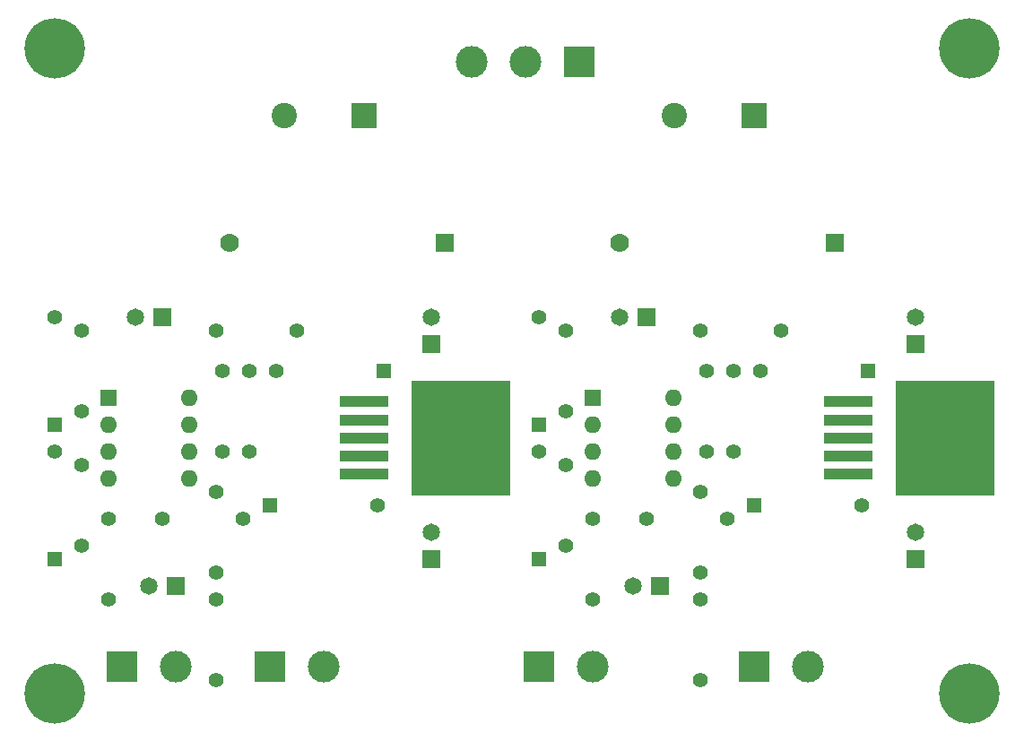
<source format=gbs>
G04 #@! TF.FileFunction,Soldermask,Bot*
%FSLAX46Y46*%
G04 Gerber Fmt 4.6, Leading zero omitted, Abs format (unit mm)*
G04 Created by KiCad (PCBNEW 4.0.7-e2-6376~60~ubuntu17.10.1) date Tue Mar 20 18:45:29 2018*
%MOMM*%
%LPD*%
G01*
G04 APERTURE LIST*
%ADD10C,0.100000*%
%ADD11R,3.000000X3.000000*%
%ADD12C,3.000000*%
%ADD13R,4.600000X1.100000*%
%ADD14R,9.400000X10.800000*%
%ADD15R,1.651000X1.651000*%
%ADD16C,1.651000*%
%ADD17R,1.778000X1.778000*%
%ADD18C,1.778000*%
%ADD19R,1.600000X1.600000*%
%ADD20O,1.600000X1.600000*%
%ADD21R,2.400000X2.400000*%
%ADD22C,2.400000*%
%ADD23R,1.397000X1.397000*%
%ADD24C,1.397000*%
%ADD25C,5.700000*%
G04 APERTURE END LIST*
D10*
D11*
X95250000Y-82550000D03*
D12*
X100330000Y-82550000D03*
D13*
X118110000Y-57560000D03*
X118110000Y-59260000D03*
X118110000Y-62660000D03*
D14*
X127260000Y-60960000D03*
D13*
X118110000Y-60960000D03*
X118110000Y-64360000D03*
D15*
X144780000Y-49530000D03*
D16*
X142240000Y-49530000D03*
D17*
X162560000Y-42545000D03*
D18*
X142240000Y-42545000D03*
D15*
X100330000Y-74930000D03*
D16*
X97790000Y-74930000D03*
D17*
X125730000Y-42545000D03*
D18*
X105410000Y-42545000D03*
D15*
X99060000Y-49530000D03*
D16*
X96520000Y-49530000D03*
D15*
X146050000Y-74930000D03*
D16*
X143510000Y-74930000D03*
D11*
X138430000Y-25400000D03*
D12*
X133350000Y-25400000D03*
X128270000Y-25400000D03*
D19*
X93980000Y-57150000D03*
D20*
X101600000Y-64770000D03*
X93980000Y-59690000D03*
X101600000Y-62230000D03*
X93980000Y-62230000D03*
X101600000Y-59690000D03*
X93980000Y-64770000D03*
X101600000Y-57150000D03*
D19*
X139700000Y-57150000D03*
D20*
X147320000Y-64770000D03*
X139700000Y-59690000D03*
X147320000Y-62230000D03*
X139700000Y-62230000D03*
X147320000Y-59690000D03*
X139700000Y-64770000D03*
X147320000Y-57150000D03*
D21*
X154940000Y-30480000D03*
D22*
X147440000Y-30480000D03*
D21*
X118110000Y-30480000D03*
D22*
X110610000Y-30480000D03*
D23*
X88900000Y-72390000D03*
D24*
X88900000Y-62230000D03*
D23*
X88900000Y-59690000D03*
D24*
X88900000Y-49530000D03*
D23*
X134620000Y-59690000D03*
D24*
X134620000Y-49530000D03*
D23*
X134620000Y-72390000D03*
D24*
X134620000Y-62230000D03*
X104140000Y-50800000D03*
X111760000Y-50800000D03*
X149860000Y-50800000D03*
X157480000Y-50800000D03*
X139700000Y-76200000D03*
X139700000Y-68580000D03*
X93980000Y-68580000D03*
X93980000Y-76200000D03*
X106680000Y-68580000D03*
X99060000Y-68580000D03*
X104775000Y-54610000D03*
X104775000Y-62230000D03*
X104140000Y-76200000D03*
X104140000Y-83820000D03*
X150495000Y-54610000D03*
X150495000Y-62230000D03*
X149860000Y-76200000D03*
X149860000Y-83820000D03*
X152400000Y-68580000D03*
X144780000Y-68580000D03*
X91440000Y-63500000D03*
X91440000Y-71120000D03*
X107315000Y-54610000D03*
X107315000Y-62230000D03*
X91440000Y-58420000D03*
X91440000Y-50800000D03*
X104140000Y-73660000D03*
X104140000Y-66040000D03*
X149860000Y-66040000D03*
X149860000Y-73660000D03*
X137160000Y-58420000D03*
X137160000Y-50800000D03*
X153035000Y-62230000D03*
X153035000Y-54610000D03*
X137160000Y-63500000D03*
X137160000Y-71120000D03*
D15*
X124460000Y-52070000D03*
D16*
X124460000Y-49530000D03*
D15*
X170180000Y-72390000D03*
D16*
X170180000Y-69850000D03*
D15*
X170180000Y-52070000D03*
D16*
X170180000Y-49530000D03*
D15*
X124460000Y-72390000D03*
D16*
X124460000Y-69850000D03*
D23*
X120015000Y-54610000D03*
D24*
X109855000Y-54610000D03*
D23*
X109220000Y-67310000D03*
D24*
X119380000Y-67310000D03*
D23*
X165735000Y-54610000D03*
D24*
X155575000Y-54610000D03*
D23*
X154940000Y-67310000D03*
D24*
X165100000Y-67310000D03*
D13*
X163830000Y-57560000D03*
X163830000Y-59260000D03*
X163830000Y-62660000D03*
D14*
X172980000Y-60960000D03*
D13*
X163830000Y-60960000D03*
X163830000Y-64360000D03*
D11*
X109220000Y-82550000D03*
D12*
X114300000Y-82550000D03*
D11*
X154940000Y-82550000D03*
D12*
X160020000Y-82550000D03*
D11*
X134620000Y-82550000D03*
D12*
X139700000Y-82550000D03*
D25*
X175260000Y-24130000D03*
X88900000Y-24130000D03*
X88900000Y-85090000D03*
X175260000Y-85090000D03*
M02*

</source>
